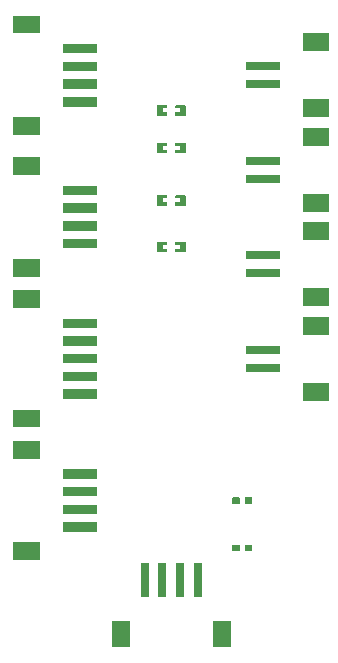
<source format=gtp>
G04 Layer: TopPasteMaskLayer*
G04 EasyEDA v6.4.25, 2021-11-07T18:49:49+08:00*
G04 d23bd0d7be1842068ba5471e3ed9ef93,bf42d0b733a240ea811a95ecb7acc88b,10*
G04 Gerber Generator version 0.2*
G04 Scale: 100 percent, Rotated: No, Reflected: No *
G04 Dimensions in millimeters *
G04 leading zeros omitted , absolute positions ,4 integer and 5 decimal *
%FSLAX45Y45*%
%MOMM*%

%ADD14R,2.9000X0.8000*%
%ADD15R,2.3000X1.5000*%
%ADD16R,0.8000X2.9000*%
%ADD17R,1.5000X2.3000*%

%LPD*%
G36*
X2823819Y1627022D02*
G01*
X2819806Y1623009D01*
X2819806Y1576984D01*
X2823819Y1573022D01*
X2881630Y1573022D01*
X2885643Y1576984D01*
X2885643Y1623009D01*
X2881630Y1627022D01*
G37*
G36*
X2718358Y1627022D02*
G01*
X2714345Y1623009D01*
X2714345Y1576984D01*
X2718358Y1573022D01*
X2776220Y1573022D01*
X2780182Y1576984D01*
X2780182Y1623009D01*
X2776220Y1627022D01*
G37*
G36*
X2823819Y1227023D02*
G01*
X2819806Y1223010D01*
X2819806Y1176985D01*
X2823819Y1173022D01*
X2881630Y1173022D01*
X2885643Y1176985D01*
X2885643Y1223010D01*
X2881630Y1227023D01*
G37*
G36*
X2718358Y1227023D02*
G01*
X2714345Y1223010D01*
X2714345Y1176985D01*
X2718358Y1173022D01*
X2776220Y1173022D01*
X2780182Y1176985D01*
X2780182Y1223010D01*
X2776220Y1227023D01*
G37*
G36*
X2239518Y4947208D02*
G01*
X2234488Y4942179D01*
X2234488Y4919421D01*
X2271522Y4919421D01*
X2271522Y4886401D01*
X2234488Y4886401D01*
X2234488Y4862220D01*
X2239518Y4857191D01*
X2319528Y4857191D01*
X2324506Y4862220D01*
X2324506Y4942179D01*
X2319528Y4947208D01*
G37*
G36*
X2080514Y4947208D02*
G01*
X2075484Y4942179D01*
X2075484Y4862220D01*
X2080514Y4857191D01*
X2159508Y4857191D01*
X2164486Y4862220D01*
X2164486Y4886401D01*
X2126488Y4886401D01*
X2126488Y4919421D01*
X2164486Y4919421D01*
X2164486Y4942179D01*
X2159508Y4947208D01*
G37*
G36*
X2239518Y4629708D02*
G01*
X2234488Y4624679D01*
X2234488Y4601921D01*
X2271522Y4601921D01*
X2271522Y4568901D01*
X2234488Y4568901D01*
X2234488Y4544720D01*
X2239518Y4539691D01*
X2319528Y4539691D01*
X2324506Y4544720D01*
X2324506Y4624679D01*
X2319528Y4629708D01*
G37*
G36*
X2080514Y4629708D02*
G01*
X2075484Y4624679D01*
X2075484Y4544720D01*
X2080514Y4539691D01*
X2159508Y4539691D01*
X2164486Y4544720D01*
X2164486Y4568901D01*
X2126488Y4568901D01*
X2126488Y4601921D01*
X2164486Y4601921D01*
X2164486Y4624679D01*
X2159508Y4629708D01*
G37*
G36*
X2239518Y4185208D02*
G01*
X2234488Y4180179D01*
X2234488Y4157421D01*
X2271522Y4157421D01*
X2271522Y4124401D01*
X2234488Y4124401D01*
X2234488Y4100220D01*
X2239518Y4095191D01*
X2319528Y4095191D01*
X2324506Y4100220D01*
X2324506Y4180179D01*
X2319528Y4185208D01*
G37*
G36*
X2080514Y4185208D02*
G01*
X2075484Y4180179D01*
X2075484Y4100220D01*
X2080514Y4095191D01*
X2159508Y4095191D01*
X2164486Y4100220D01*
X2164486Y4124401D01*
X2126488Y4124401D01*
X2126488Y4157421D01*
X2164486Y4157421D01*
X2164486Y4180179D01*
X2159508Y4185208D01*
G37*
G36*
X2239518Y3791508D02*
G01*
X2234488Y3786479D01*
X2234488Y3763721D01*
X2271522Y3763721D01*
X2271522Y3730701D01*
X2234488Y3730701D01*
X2234488Y3706520D01*
X2239518Y3701491D01*
X2319528Y3701491D01*
X2324506Y3706520D01*
X2324506Y3786479D01*
X2319528Y3791508D01*
G37*
G36*
X2080514Y3791508D02*
G01*
X2075484Y3786479D01*
X2075484Y3706520D01*
X2080514Y3701491D01*
X2159508Y3701491D01*
X2164486Y3706520D01*
X2164486Y3730701D01*
X2126488Y3730701D01*
X2126488Y3763721D01*
X2164486Y3763721D01*
X2164486Y3786479D01*
X2159508Y3791508D01*
G37*
G36*
X1282494Y1864992D02*
G01*
X1572496Y1864992D01*
X1572496Y1784992D01*
X1282494Y1784992D01*
G37*
G36*
X1282494Y1714992D02*
G01*
X1572496Y1714992D01*
X1572496Y1634992D01*
X1282494Y1634992D01*
G37*
G36*
X1282494Y1564993D02*
G01*
X1572496Y1564993D01*
X1572496Y1484993D01*
X1282494Y1484993D01*
G37*
G36*
X857493Y1245008D02*
G01*
X1087495Y1245008D01*
X1087495Y1095006D01*
X857493Y1095006D01*
G37*
G36*
X857493Y2104994D02*
G01*
X1087495Y2104994D01*
X1087495Y1954992D01*
X857493Y1954992D01*
G37*
G36*
X1282494Y1414993D02*
G01*
X1572496Y1414993D01*
X1572496Y1334993D01*
X1282494Y1334993D01*
G37*
G36*
X1282494Y4264992D02*
G01*
X1572496Y4264992D01*
X1572496Y4184992D01*
X1282494Y4184992D01*
G37*
G36*
X1282494Y4114993D02*
G01*
X1572496Y4114993D01*
X1572496Y4034993D01*
X1282494Y4034993D01*
G37*
G36*
X1282494Y3964993D02*
G01*
X1572496Y3964993D01*
X1572496Y3884993D01*
X1282494Y3884993D01*
G37*
G36*
X857493Y3645009D02*
G01*
X1087495Y3645009D01*
X1087495Y3495006D01*
X857493Y3495006D01*
G37*
G36*
X857493Y4504994D02*
G01*
X1087495Y4504994D01*
X1087495Y4354992D01*
X857493Y4354992D01*
G37*
G36*
X1282494Y3814993D02*
G01*
X1572496Y3814993D01*
X1572496Y3734993D01*
X1282494Y3734993D01*
G37*
G36*
X1282494Y5464992D02*
G01*
X1572496Y5464992D01*
X1572496Y5384993D01*
X1282494Y5384993D01*
G37*
G36*
X1282494Y5314993D02*
G01*
X1572496Y5314993D01*
X1572496Y5234993D01*
X1282494Y5234993D01*
G37*
G36*
X1282494Y5164993D02*
G01*
X1572496Y5164993D01*
X1572496Y5084993D01*
X1282494Y5084993D01*
G37*
G36*
X857493Y4845009D02*
G01*
X1087495Y4845009D01*
X1087495Y4695007D01*
X857493Y4695007D01*
G37*
G36*
X857493Y5704994D02*
G01*
X1087495Y5704994D01*
X1087495Y5554992D01*
X857493Y5554992D01*
G37*
G36*
X1282494Y5014993D02*
G01*
X1572496Y5014993D01*
X1572496Y4934993D01*
X1282494Y4934993D01*
G37*
D16*
G01*
X1975002Y927480D03*
G01*
X2125014Y927480D03*
G01*
X2275001Y927480D03*
D17*
G01*
X2629992Y472490D03*
G01*
X1769998Y472490D03*
D16*
G01*
X2425014Y927480D03*
G36*
X1282494Y3140001D02*
G01*
X1572496Y3140001D01*
X1572496Y3060001D01*
X1282494Y3060001D01*
G37*
G36*
X1282494Y2990001D02*
G01*
X1572496Y2990001D01*
X1572496Y2910001D01*
X1282494Y2910001D01*
G37*
G36*
X1282494Y2840001D02*
G01*
X1572496Y2840001D01*
X1572496Y2760002D01*
X1282494Y2760002D01*
G37*
G36*
X1282494Y2690002D02*
G01*
X1572496Y2690002D01*
X1572496Y2610002D01*
X1282494Y2610002D01*
G37*
G36*
X1282494Y2540000D02*
G01*
X1572496Y2540000D01*
X1572496Y2460000D01*
X1282494Y2460000D01*
G37*
G36*
X857493Y2369997D02*
G01*
X1087495Y2369997D01*
X1087495Y2219995D01*
X857493Y2219995D01*
G37*
G36*
X857493Y3380003D02*
G01*
X1087495Y3380003D01*
X1087495Y3230001D01*
X857493Y3230001D01*
G37*
D14*
G01*
X2972511Y2725013D03*
G01*
X2972511Y2875000D03*
D15*
G01*
X3427475Y2520010D03*
G01*
X3427475Y3080004D03*
D14*
G01*
X2972511Y5125008D03*
G01*
X2972511Y5274995D03*
D15*
G01*
X3427475Y4920005D03*
G01*
X3427475Y5479999D03*
D14*
G01*
X2972511Y4325010D03*
G01*
X2972511Y4474997D03*
D15*
G01*
X3427475Y4120006D03*
G01*
X3427475Y4680000D03*
D14*
G01*
X2972511Y3525012D03*
G01*
X2972511Y3674998D03*
D15*
G01*
X3427475Y3320008D03*
G01*
X3427475Y3880002D03*
M02*

</source>
